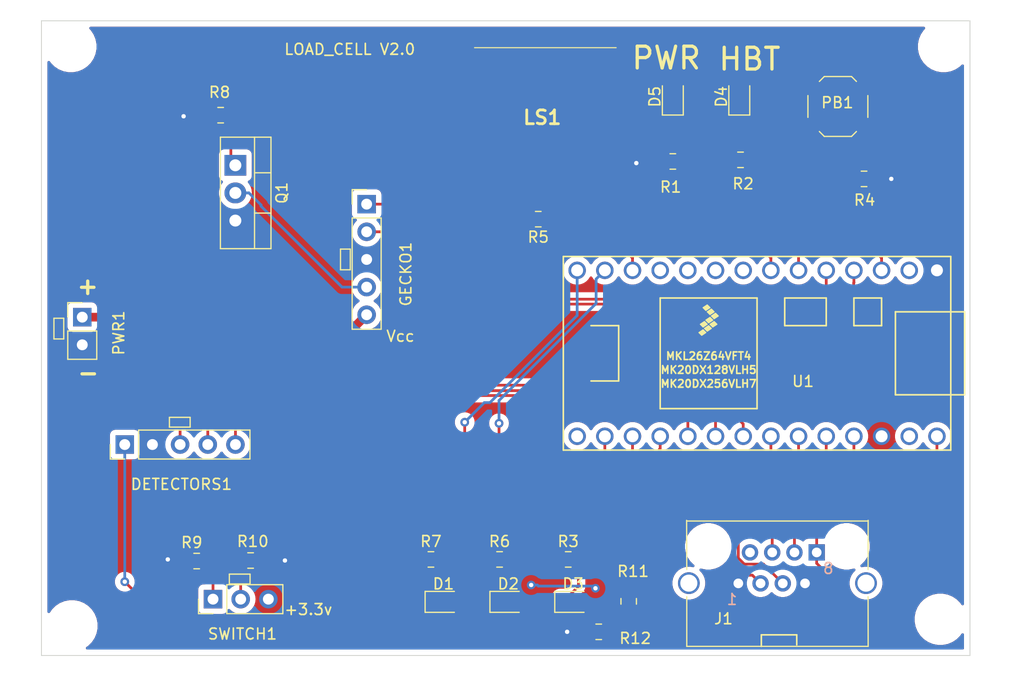
<source format=kicad_pcb>
(kicad_pcb (version 20171130) (host pcbnew "(5.1.4-0-10_14)")
  (layers (0 F.Cu signal) (31 B.Cu signal hide) (34 B.Paste user hide) (35 F.Paste user) (36 B.SilkS user hide) (37 F.SilkS user hide) (38 B.Mask user hide) (39 F.Mask user) (44 Edge.Cuts user))
  (net 0 "")
  (net 1 GND)
  (net 2 +3.3v)
  (net 3 "Net-(U1-Pad32)")
  (net 4 PB_IN)
  (net 5 "Net-(D1-Pad1)")
  (net 6 "Net-(D2-Pad1)")
  (net 7 +5v)
  (net 8 LED1)
  (net 9 SPK_SIG)
  (net 10 "Net-(LS1-Pad1)")
  (net 11 GP_1)
  (net 12 GP_3)
  (net 13 EXT_PWR)
  (net 14 GP_2)
  (net 15 GP_4)
  (net 16 "Net-(LS1-Pad4)")
  (net 17 "Net-(LS1-Pad3)")
  (net 18 "Net-(U1-Pad20)")
  (net 19 "Net-(U1-Pad9)")
  (net 20 "Net-(U1-Pad2)")
  (net 21 "Net-(D3-Pad1)")
  (net 22 "Net-(D4-Pad1)")
  (net 23 "Net-(D5-Pad1)")
  (net 24 ANALOG3)
  (net 25 ANALOG2)
  (net 26 ANALOG1)
  (net 27 LCv)
  (net 28 Vcc)
  (net 29 DIR)
  (net 30 STEP)
  (net 31 MTR_CTRL)
  (net 32 GECKO)
  (net 33 HRT)
  (net 34 LED2)
  (net 35 LED3)
  (net 36 SW2)
  (net 37 SW1)
  (net 38 "Net-(U1-Pad8)")
  (net 39 "Net-(U1-Pad10)")
  (net 40 "Net-(U1-Pad11)")
  (module Connector_RJ:my_RJ45_Amphenol (layer F.Cu) (at 145.8392 116.7036 180)
    (fp_text reference J1 (at 1.3392 -3.2464 180) (layer F.SilkS))
    (fp_text value RJ45)
    (fp_text user 8 (at -8.2804 1.3716) (layer B.SilkS) (effects (justify mirror)))
    (fp_text user 1 (at 0.5588 -1.4732) (layer B.SilkS) (effects (justify mirror)))
    (fp_line (start -2.1336 -4.7244) (end -2.1336 -5.7912) (layer F.SilkS) (width 0.15))
    (fp_line (start -5.3848 -4.7244) (end -2.1336 -4.7244) (layer F.SilkS) (width 0.15))
    (fp_line (start -5.3848 -5.6388) (end -5.3848 -4.7244) (layer F.SilkS) (width 0.15))
    (fp_line (start -11.938 -5.7912) (end -11.9308 -1.2256) (layer F.SilkS) (width 0.12))
    (fp_line (start 4.7092 -5.783) (end 4.7092 -1.2256) (layer F.SilkS) (width 0.12))
    (fp_line (start 4.7092 -5.783) (end -11.9308 -5.783) (layer F.SilkS) (width 0.12))
    (fp_line (start -11.938 5.7912) (end -11.9308 1.2744) (layer F.SilkS) (width 0.12))
    (fp_line (start 4.7244 5.7912) (end 4.7092 1.2744) (layer F.SilkS) (width 0.12))
    (fp_line (start 4.7092 5.7282) (end -11.9308 5.7282) (layer F.SilkS) (width 0.12))
    (pad SH thru_hole circle (at 4.5192 0.0244) (size 2 2) (drill 1.57) (layers *.Cu *.Mask))
    (pad SH thru_hole circle (at -11.7408 0.0244) (size 2 2) (drill 1.57) (layers *.Cu *.Mask))
    (pad "" np_thru_hole circle (at -9.9608 3.4036) (size 3.25 3.25) (drill 3.25) (layers *.Cu *.Mask))
    (pad "" np_thru_hole circle (at 2.7392 3.4036) (size 3.25 3.25) (drill 3.25) (layers *.Cu *.Mask))
    (pad 1 thru_hole circle (at -0.0228 0.002 180) (size 1.5 1.5) (drill 0.89) (layers *.Cu *.Mask) (net 1 GND))
    (pad 3 thru_hole circle (at -2.0628 0.002 180) (size 1.5 1.5) (drill 0.89) (layers *.Cu *.Mask) (net 11 GP_1))
    (pad 5 thru_hole circle (at -4.1028 0.002 180) (size 1.5 1.5) (drill 0.89) (layers *.Cu *.Mask) (net 12 GP_3))
    (pad 7 thru_hole circle (at -6.1428 0.002 180) (size 1.5 1.5) (drill 0.89) (layers *.Cu *.Mask) (net 1 GND))
    (pad 2 thru_hole circle (at -1.0936 2.8448 180) (size 1.5 1.5) (drill 0.89) (layers *.Cu *.Mask) (net 13 EXT_PWR))
    (pad 4 thru_hole circle (at -3.1336 2.8448 180) (size 1.5 1.5) (drill 0.89) (layers *.Cu *.Mask) (net 14 GP_2))
    (pad 6 thru_hole circle (at -5.1736 2.8448 180) (size 1.5 1.5) (drill 0.89) (layers *.Cu *.Mask) (net 15 GP_4))
    (pad 8 thru_hole rect (at -7.2136 2.8448 180) (size 1.5 1.5) (drill 0.89) (layers *.Cu *.Mask) (net 7 +5v))
  )
  (module teensy:Teensy32 (layer F.Cu) (at 147.58 95.57 180)
    (fp_text reference U1 (at -4.22 -2.58) (layer F.SilkS))
    (fp_text value Teensy3.2)
    (fp_text user MK20DX128VLH5 (at 4.445 -1.524) (layer F.SilkS) (effects (font (size 0.7 0.7))))
    (fp_text user MKL26Z64VFT4 (at 4.445 -0.254) (layer F.SilkS) (effects (font (size 0.7 0.7))))
    (fp_text user MK20DX256VLH7 (at 4.445 -2.794 180) (layer F.SilkS) (effects (font (size 0.7 0.7))))
    (fp_poly (pts (xy 4.826 2.921) (xy 4.572 2.667) (xy 4.953 2.413) (xy 5.207 2.667)) (layer F.SilkS) (width 0.1))
    (fp_poly (pts (xy 3.81 3.683) (xy 3.556 3.429) (xy 3.937 3.175) (xy 4.191 3.429)) (layer F.SilkS) (width 0.1))
    (fp_poly (pts (xy 4.572 4.445) (xy 4.318 4.191) (xy 4.699 3.937) (xy 4.953 4.191)) (layer F.SilkS) (width 0.1))
    (fp_poly (pts (xy 4.445 2.54) (xy 4.191 2.286) (xy 4.572 2.032) (xy 4.826 2.286)) (layer F.SilkS) (width 0.1))
    (fp_poly (pts (xy 4.191 4.064) (xy 3.937 3.81) (xy 4.318 3.556) (xy 4.572 3.81)) (layer F.SilkS) (width 0.1))
    (fp_poly (pts (xy 4.953 2.159) (xy 4.699 1.905) (xy 5.08 1.651) (xy 5.334 1.905)) (layer F.SilkS) (width 0.1))
    (fp_poly (pts (xy 4.318 3.302) (xy 4.064 3.048) (xy 4.445 2.794) (xy 4.699 3.048)) (layer F.SilkS) (width 0.1))
    (fp_poly (pts (xy 3.937 2.921) (xy 3.683 2.667) (xy 4.064 2.413) (xy 4.318 2.667)) (layer F.SilkS) (width 0.1))
    (fp_line (start -17.78 8.89) (end -17.78 -8.89) (layer F.SilkS) (width 0.15))
    (fp_line (start 17.78 8.89) (end -17.78 8.89) (layer F.SilkS) (width 0.15))
    (fp_line (start 17.78 -8.89) (end 17.78 8.89) (layer F.SilkS) (width 0.15))
    (fp_line (start -17.78 -8.89) (end 17.78 -8.89) (layer F.SilkS) (width 0.15))
    (fp_line (start 8.89 5.08) (end 0 5.08) (layer F.SilkS) (width 0.15))
    (fp_line (start 8.89 -5.08) (end 0 -5.08) (layer F.SilkS) (width 0.15))
    (fp_line (start 0 -5.08) (end 0 5.08) (layer F.SilkS) (width 0.15))
    (fp_line (start 8.89 5.08) (end 8.89 -5.08) (layer F.SilkS) (width 0.15))
    (fp_line (start 12.7 -2.54) (end 15.24 -2.54) (layer F.SilkS) (width 0.15))
    (fp_line (start 12.7 2.54) (end 12.7 -2.54) (layer F.SilkS) (width 0.15))
    (fp_line (start 15.24 2.54) (end 12.7 2.54) (layer F.SilkS) (width 0.15))
    (fp_line (start -11.43 2.54) (end -11.43 5.08) (layer F.SilkS) (width 0.15))
    (fp_line (start -8.89 2.54) (end -11.43 2.54) (layer F.SilkS) (width 0.15))
    (fp_line (start -8.89 5.08) (end -8.89 2.54) (layer F.SilkS) (width 0.15))
    (fp_line (start -11.43 5.08) (end -8.89 5.08) (layer F.SilkS) (width 0.15))
    (fp_line (start -12.7 3.81) (end -17.78 3.81) (layer F.SilkS) (width 0.15))
    (fp_line (start -12.7 -3.81) (end -17.78 -3.81) (layer F.SilkS) (width 0.15))
    (fp_line (start -12.7 3.81) (end -12.7 -3.81) (layer F.SilkS) (width 0.15))
    (fp_line (start -6.35 2.54) (end -6.35 5.08) (layer F.SilkS) (width 0.15))
    (fp_line (start -2.54 2.54) (end -6.35 2.54) (layer F.SilkS) (width 0.15))
    (fp_line (start -2.54 5.08) (end -2.54 2.54) (layer F.SilkS) (width 0.15))
    (fp_line (start -6.35 5.08) (end -2.54 5.08) (layer F.SilkS) (width 0.15))
    (fp_line (start -19.05 -3.81) (end -17.78 -3.81) (layer F.SilkS) (width 0.15))
    (fp_line (start -19.05 3.81) (end -19.05 -3.81) (layer F.SilkS) (width 0.15))
    (fp_line (start -17.78 3.81) (end -19.05 3.81) (layer F.SilkS) (width 0.15))
    (pad 1 thru_hole rect (at -16.51 7.62 180) (size 1.6 1.6) (drill 1.1) (layers *.Cu *.Mask) (net 1 GND))
    (pad 2 thru_hole circle (at -13.97 7.62 180) (size 1.6 1.6) (drill 1.1) (layers *.Cu *.Mask) (net 20 "Net-(U1-Pad2)"))
    (pad 3 thru_hole circle (at -11.43 7.62 180) (size 1.6 1.6) (drill 1.1) (layers *.Cu *.Mask) (net 4 PB_IN))
    (pad 4 thru_hole circle (at -8.89 7.62 180) (size 1.6 1.6) (drill 1.1) (layers *.Cu *.Mask) (net 29 DIR))
    (pad 5 thru_hole circle (at -6.35 7.62 180) (size 1.6 1.6) (drill 1.1) (layers *.Cu *.Mask) (net 30 STEP))
    (pad 6 thru_hole circle (at -3.81 7.62 180) (size 1.6 1.6) (drill 1.1) (layers *.Cu *.Mask) (net 32 GECKO))
    (pad 7 thru_hole circle (at -1.27 7.62 180) (size 1.6 1.6) (drill 1.1) (layers *.Cu *.Mask) (net 33 HRT))
    (pad 8 thru_hole circle (at 1.27 7.62 180) (size 1.6 1.6) (drill 1.1) (layers *.Cu *.Mask) (net 38 "Net-(U1-Pad8)"))
    (pad 9 thru_hole circle (at 3.81 7.62 180) (size 1.6 1.6) (drill 1.1) (layers *.Cu *.Mask) (net 19 "Net-(U1-Pad9)"))
    (pad 10 thru_hole circle (at 6.35 7.62 180) (size 1.6 1.6) (drill 1.1) (layers *.Cu *.Mask) (net 39 "Net-(U1-Pad10)"))
    (pad 11 thru_hole circle (at 8.89 7.62 180) (size 1.6 1.6) (drill 1.1) (layers *.Cu *.Mask) (net 40 "Net-(U1-Pad11)"))
    (pad 12 thru_hole circle (at 11.43 7.62 180) (size 1.6 1.6) (drill 1.1) (layers *.Cu *.Mask) (net 9 SPK_SIG))
    (pad 13 thru_hole circle (at 13.97 7.62 180) (size 1.6 1.6) (drill 1.1) (layers *.Cu *.Mask) (net 37 SW1))
    (pad 33 thru_hole circle (at -16.51 -7.62 180) (size 1.6 1.6) (drill 1.1) (layers *.Cu *.Mask) (net 7 +5v))
    (pad 32 thru_hole circle (at -13.97 -7.62 180) (size 1.6 1.6) (drill 1.1) (layers *.Cu *.Mask) (net 3 "Net-(U1-Pad32)"))
    (pad 31 thru_hole circle (at -11.43 -7.62 180) (size 1.6 1.6) (drill 1.1) (layers *.Cu *.Mask) (net 2 +3.3v))
    (pad 30 thru_hole circle (at -8.89 -7.62 180) (size 1.6 1.6) (drill 1.1) (layers *.Cu *.Mask) (net 15 GP_4))
    (pad 29 thru_hole circle (at -6.35 -7.62 180) (size 1.6 1.6) (drill 1.1) (layers *.Cu *.Mask) (net 14 GP_2))
    (pad 28 thru_hole circle (at -3.81 -7.62 180) (size 1.6 1.6) (drill 1.1) (layers *.Cu *.Mask) (net 12 GP_3))
    (pad 27 thru_hole circle (at -1.27 -7.62 180) (size 1.6 1.6) (drill 1.1) (layers *.Cu *.Mask) (net 11 GP_1))
    (pad 26 thru_hole circle (at 1.27 -7.62 180) (size 1.6 1.6) (drill 1.1) (layers *.Cu *.Mask) (net 26 ANALOG1))
    (pad 25 thru_hole circle (at 3.81 -7.62 180) (size 1.6 1.6) (drill 1.1) (layers *.Cu *.Mask) (net 25 ANALOG2))
    (pad 24 thru_hole circle (at 6.35 -7.62 180) (size 1.6 1.6) (drill 1.1) (layers *.Cu *.Mask) (net 24 ANALOG3))
    (pad 23 thru_hole circle (at 8.89 -7.62 180) (size 1.6 1.6) (drill 1.1) (layers *.Cu *.Mask) (net 8 LED1))
    (pad 22 thru_hole circle (at 11.43 -7.62 180) (size 1.6 1.6) (drill 1.1) (layers *.Cu *.Mask) (net 34 LED2))
    (pad 21 thru_hole circle (at 13.97 -7.62 180) (size 1.6 1.6) (drill 1.1) (layers *.Cu *.Mask) (net 35 LED3))
    (pad 14 thru_hole circle (at 16.51 7.62 180) (size 1.6 1.6) (drill 1.1) (layers *.Cu *.Mask) (net 36 SW2))
    (pad 20 thru_hole circle (at 16.51 -7.62 180) (size 1.6 1.6) (drill 1.1) (layers *.Cu *.Mask) (net 18 "Net-(U1-Pad20)"))
  )
  (module Connector_PinHeader_2.54mm:PinHeader_1x03_P2.54mm_Vertical (layer F.Cu) (at 97.65 118.15 90)
    (fp_text reference SWITCH1 (at -3.2 2.7 180) (layer F.SilkS))
    (fp_text value Conn_01x03)
    (fp_line (start -1.33 -1.33) (end 0 -1.33) (layer F.SilkS) (width 0.12))
    (fp_line (start -1.33 0) (end -1.33 -1.33) (layer F.SilkS) (width 0.12))
    (fp_line (start -1.33 1.27) (end 1.33 1.27) (layer F.SilkS) (width 0.12))
    (fp_line (start 1.33 1.27) (end 1.33 6.41) (layer F.SilkS) (width 0.12))
    (fp_line (start -1.33 1.27) (end -1.33 6.41) (layer F.SilkS) (width 0.12))
    (fp_line (start -1.33 6.41) (end 1.33 6.41) (layer F.SilkS) (width 0.12))
    (pad 3 thru_hole oval (at 0 5.08 90) (size 1.7 1.7) (drill 1) (layers *.Cu *.Mask) (net 2 +3.3v))
    (pad 2 thru_hole oval (at 0 2.54 90) (size 1.7 1.7) (drill 1) (layers *.Cu *.Mask) (net 37 SW1))
    (pad 1 thru_hole rect (at 0 0 90) (size 1.7 1.7) (drill 1) (layers *.Cu *.Mask) (net 36 SW2))
  )
  (module Resistor_SMD:R_0805_2012Metric (layer F.Cu) (at 133.05 121.15)
    (fp_text reference R12 (at 3.35 0.6) (layer F.SilkS))
    (fp_text value 62k)
    (fp_line (start -0.258578 0.71) (end 0.258578 0.71) (layer F.SilkS) (width 0.12))
    (fp_line (start -0.258578 -0.71) (end 0.258578 -0.71) (layer F.SilkS) (width 0.12))
    (pad 2 smd roundrect (at 0.9375 0) (size 0.975 1.4) (layers F.Cu F.Paste F.Mask) (net 27 LCv))
    (pad 1 smd roundrect (at -0.9375 0) (size 0.975 1.4) (layers F.Cu F.Paste F.Mask) (net 1 GND))
  )
  (module Resistor_SMD:R_0805_2012Metric (layer F.Cu) (at 135.8 118.35 90)
    (fp_text reference R11 (at 2.75 0.4 180) (layer F.SilkS))
    (fp_text value 50k)
    (fp_line (start -0.258578 0.71) (end 0.258578 0.71) (layer F.SilkS) (width 0.12))
    (fp_line (start -0.258578 -0.71) (end 0.258578 -0.71) (layer F.SilkS) (width 0.12))
    (pad 2 smd roundrect (at 0.9375 0 90) (size 0.975 1.4) (layers F.Cu F.Paste F.Mask) (net 7 +5v))
    (pad 1 smd roundrect (at -0.9375 0 90) (size 0.975 1.4) (layers F.Cu F.Paste F.Mask) (net 27 LCv))
  )
  (module Resistor_SMD:R_0805_2012Metric (layer F.Cu) (at 101.1 114.6 180)
    (fp_text reference R10 (at -0.2 1.75) (layer F.SilkS))
    (fp_text value 4.7k)
    (fp_line (start -0.258578 0.71) (end 0.258578 0.71) (layer F.SilkS) (width 0.12))
    (fp_line (start -0.258578 -0.71) (end 0.258578 -0.71) (layer F.SilkS) (width 0.12))
    (pad 2 smd roundrect (at 0.9375 0 180) (size 0.975 1.4) (layers F.Cu F.Paste F.Mask) (net 37 SW1))
    (pad 1 smd roundrect (at -0.9375 0 180) (size 0.975 1.4) (layers F.Cu F.Paste F.Mask) (net 1 GND))
  )
  (module Resistor_SMD:R_0805_2012Metric (layer F.Cu) (at 96.15 114.65 180)
    (fp_text reference R9 (at 0.45 1.7) (layer F.SilkS))
    (fp_text value 4.7k)
    (fp_line (start -0.258578 0.71) (end 0.258578 0.71) (layer F.SilkS) (width 0.12))
    (fp_line (start -0.258578 -0.71) (end 0.258578 -0.71) (layer F.SilkS) (width 0.12))
    (pad 2 smd roundrect (at 0.9375 0 180) (size 0.975 1.4) (layers F.Cu F.Paste F.Mask) (net 1 GND))
    (pad 1 smd roundrect (at -0.9375 0 180) (size 0.975 1.4) (layers F.Cu F.Paste F.Mask) (net 36 SW2))
  )
  (module Resistor_SMD:R_0805_2012Metric (layer F.Cu) (at 98.35 73.7 180)
    (fp_text reference R8 (at 0.1 2.1) (layer F.SilkS))
    (fp_text value 10k)
    (fp_line (start -0.258578 0.71) (end 0.258578 0.71) (layer F.SilkS) (width 0.12))
    (fp_line (start -0.258578 -0.71) (end 0.258578 -0.71) (layer F.SilkS) (width 0.12))
    (pad 2 smd roundrect (at 0.9375 0 180) (size 0.975 1.4) (layers F.Cu F.Paste F.Mask) (net 1 GND))
    (pad 1 smd roundrect (at -0.9375 0 180) (size 0.975 1.4) (layers F.Cu F.Paste F.Mask) (net 32 GECKO))
  )
  (module Resistor_SMD:R_0805_2012Metric (layer F.Cu) (at 117.65 114.5)
    (fp_text reference R7 (at 0 -1.65) (layer F.SilkS))
    (fp_text value 4.7k)
    (fp_line (start -0.258578 0.71) (end 0.258578 0.71) (layer F.SilkS) (width 0.12))
    (fp_line (start -0.258578 -0.71) (end 0.258578 -0.71) (layer F.SilkS) (width 0.12))
    (pad 2 smd roundrect (at 0.9375 0) (size 0.975 1.4) (layers F.Cu F.Paste F.Mask) (net 5 "Net-(D1-Pad1)"))
    (pad 1 smd roundrect (at -0.9375 0) (size 0.975 1.4) (layers F.Cu F.Paste F.Mask) (net 35 LED3))
  )
  (module Resistor_SMD:R_0805_2012Metric (layer F.Cu) (at 123.95 114.5)
    (fp_text reference R6 (at 0 -1.65) (layer F.SilkS))
    (fp_text value 4.7k)
    (fp_line (start -0.258578 0.71) (end 0.258578 0.71) (layer F.SilkS) (width 0.12))
    (fp_line (start -0.258578 -0.71) (end 0.258578 -0.71) (layer F.SilkS) (width 0.12))
    (pad 2 smd roundrect (at 0.9375 0) (size 0.975 1.4) (layers F.Cu F.Paste F.Mask) (net 6 "Net-(D2-Pad1)"))
    (pad 1 smd roundrect (at -0.9375 0) (size 0.975 1.4) (layers F.Cu F.Paste F.Mask) (net 34 LED2))
  )
  (module Resistor_SMD:R_0805_2012Metric (layer F.Cu) (at 127.5 83.25 180)
    (fp_text reference R5 (at 0 -1.65) (layer F.SilkS))
    (fp_text value 100)
    (fp_line (start -0.258578 0.71) (end 0.258578 0.71) (layer F.SilkS) (width 0.12))
    (fp_line (start -0.258578 -0.71) (end 0.258578 -0.71) (layer F.SilkS) (width 0.12))
    (pad 2 smd roundrect (at 0.9375 0 180) (size 0.975 1.4) (layers F.Cu F.Paste F.Mask) (net 10 "Net-(LS1-Pad1)"))
    (pad 1 smd roundrect (at -0.9375 0 180) (size 0.975 1.4) (layers F.Cu F.Paste F.Mask) (net 9 SPK_SIG))
  )
  (module Resistor_SMD:R_0805_2012Metric (layer F.Cu) (at 157.4 79.55)
    (fp_text reference R4 (at 0.05 1.95) (layer F.SilkS))
    (fp_text value 10k)
    (fp_line (start -0.258578 0.71) (end 0.258578 0.71) (layer F.SilkS) (width 0.12))
    (fp_line (start -0.258578 -0.71) (end 0.258578 -0.71) (layer F.SilkS) (width 0.12))
    (pad 2 smd roundrect (at 0.9375 0) (size 0.975 1.4) (layers F.Cu F.Paste F.Mask) (net 1 GND))
    (pad 1 smd roundrect (at -0.9375 0) (size 0.975 1.4) (layers F.Cu F.Paste F.Mask) (net 4 PB_IN))
  )
  (module Resistor_SMD:R_0805_2012Metric (layer F.Cu) (at 130.25 114.5)
    (fp_text reference R3 (at 0 -1.65) (layer F.SilkS))
    (fp_text value 4.7k)
    (fp_line (start -0.258578 0.71) (end 0.258578 0.71) (layer F.SilkS) (width 0.12))
    (fp_line (start -0.258578 -0.71) (end 0.258578 -0.71) (layer F.SilkS) (width 0.12))
    (pad 2 smd roundrect (at 0.9375 0) (size 0.975 1.4) (layers F.Cu F.Paste F.Mask) (net 21 "Net-(D3-Pad1)"))
    (pad 1 smd roundrect (at -0.9375 0) (size 0.975 1.4) (layers F.Cu F.Paste F.Mask) (net 8 LED1))
  )
  (module Resistor_SMD:R_0805_2012Metric (layer F.Cu) (at 146.0625 77.8)
    (fp_text reference R2 (at 0.2375 2.2) (layer F.SilkS))
    (fp_text value 4.7k)
    (fp_line (start -0.258578 0.71) (end 0.258578 0.71) (layer F.SilkS) (width 0.12))
    (fp_line (start -0.258578 -0.71) (end 0.258578 -0.71) (layer F.SilkS) (width 0.12))
    (pad 2 smd roundrect (at 0.9375 0) (size 0.975 1.4) (layers F.Cu F.Paste F.Mask) (net 22 "Net-(D4-Pad1)"))
    (pad 1 smd roundrect (at -0.9375 0) (size 0.975 1.4) (layers F.Cu F.Paste F.Mask) (net 33 HRT))
  )
  (module Resistor_SMD:R_0805_2012Metric (layer F.Cu) (at 139.85 77.95)
    (fp_text reference R1 (at -0.2 2.35) (layer F.SilkS))
    (fp_text value 4.7k)
    (fp_line (start -0.258578 0.71) (end 0.258578 0.71) (layer F.SilkS) (width 0.12))
    (fp_line (start -0.258578 -0.71) (end 0.258578 -0.71) (layer F.SilkS) (width 0.12))
    (pad 2 smd roundrect (at 0.9375 0) (size 0.975 1.4) (layers F.Cu F.Paste F.Mask) (net 23 "Net-(D5-Pad1)"))
    (pad 1 smd roundrect (at -0.9375 0) (size 0.975 1.4) (layers F.Cu F.Paste F.Mask) (net 1 GND))
  )
  (module Package_TO_SOT_THT:TO-220-3_Vertical (layer F.Cu) (at 99.7 78.3 270)
    (fp_text reference Q1 (at 2.54 -4.27 90) (layer F.SilkS))
    (fp_text value BUZ11)
    (fp_line (start 4.391 -3.27) (end 4.391 -1.76) (layer F.SilkS) (width 0.12))
    (fp_line (start 0.69 -3.27) (end 0.69 -1.76) (layer F.SilkS) (width 0.12))
    (fp_line (start -2.58 -1.76) (end 7.66 -1.76) (layer F.SilkS) (width 0.12))
    (fp_line (start 7.66 -3.27) (end 7.66 1.371) (layer F.SilkS) (width 0.12))
    (fp_line (start -2.58 -3.27) (end -2.58 1.371) (layer F.SilkS) (width 0.12))
    (fp_line (start -2.58 1.371) (end 7.66 1.371) (layer F.SilkS) (width 0.12))
    (fp_line (start -2.58 -3.27) (end 7.66 -3.27) (layer F.SilkS) (width 0.12))
    (pad 3 thru_hole oval (at 5.08 0 270) (size 1.905 2) (drill 1.1) (layers *.Cu *.Mask) (net 1 GND))
    (pad 2 thru_hole oval (at 2.54 0 270) (size 1.905 2) (drill 1.1) (layers *.Cu *.Mask) (net 31 MTR_CTRL))
    (pad 1 thru_hole rect (at 0 0 270) (size 1.905 2) (drill 1.1) (layers *.Cu *.Mask) (net 32 GECKO))
  )
  (module Connector_PinHeader_2.54mm:PinHeader_1x02_P2.54mm_Vertical (layer F.Cu) (at 85.65 92.25)
    (fp_text reference PWR1 (at 3.35 1.45 90) (layer F.SilkS))
    (fp_text value Conn_01x02)
    (fp_line (start -1.33 -1.33) (end 0 -1.33) (layer F.SilkS) (width 0.12))
    (fp_line (start -1.33 0) (end -1.33 -1.33) (layer F.SilkS) (width 0.12))
    (fp_line (start -1.33 1.27) (end 1.33 1.27) (layer F.SilkS) (width 0.12))
    (fp_line (start 1.33 1.27) (end 1.33 3.87) (layer F.SilkS) (width 0.12))
    (fp_line (start -1.33 1.27) (end -1.33 3.87) (layer F.SilkS) (width 0.12))
    (fp_line (start -1.33 3.87) (end 1.33 3.87) (layer F.SilkS) (width 0.12))
    (pad 2 thru_hole oval (at 0 2.54) (size 1.7 1.7) (drill 1) (layers *.Cu *.Mask) (net 1 GND))
    (pad 1 thru_hole rect (at 0 0) (size 1.7 1.7) (drill 1) (layers *.Cu *.Mask) (net 28 Vcc))
  )
  (module Button_Switch_SMD:SW_SPST_TL3342 (layer F.Cu) (at 155 72.9)
    (fp_text reference PB1 (at -0.05 -0.35) (layer F.SilkS))
    (fp_text value SW_Push)
    (fp_line (start -1.25 -2.75) (end 1.25 -2.75) (layer F.SilkS) (width 0.12))
    (fp_line (start -2.75 -1) (end -2.75 1) (layer F.SilkS) (width 0.12))
    (fp_line (start -1.25 2.75) (end 1.25 2.75) (layer F.SilkS) (width 0.12))
    (fp_line (start 2.75 -1) (end 2.75 1) (layer F.SilkS) (width 0.12))
    (fp_line (start -1.7 -2.3) (end -1.25 -2.75) (layer F.SilkS) (width 0.12))
    (fp_line (start 1.7 -2.3) (end 1.25 -2.75) (layer F.SilkS) (width 0.12))
    (fp_line (start 1.7 2.3) (end 1.25 2.75) (layer F.SilkS) (width 0.12))
    (fp_line (start -1.7 2.3) (end -1.25 2.75) (layer F.SilkS) (width 0.12))
    (pad 2 smd rect (at 3.15 1.9) (size 1.7 1) (layers F.Cu F.Paste F.Mask) (net 4 PB_IN))
    (pad 2 smd rect (at -3.15 1.9) (size 1.7 1) (layers F.Cu F.Paste F.Mask) (net 4 PB_IN))
    (pad 1 smd rect (at 3.15 -1.9) (size 1.7 1) (layers F.Cu F.Paste F.Mask) (net 2 +3.3v))
    (pad 1 smd rect (at -3.15 -1.9) (size 1.7 1) (layers F.Cu F.Paste F.Mask) (net 2 +3.3v))
  )
  (module CDS-13138-SMT-TR:CDS13138SMTTR (layer F.Cu) (at 128.15 74)
    (fp_text reference LS1 (at -0.285 -0.09) (layer F.SilkS) (effects (font (size 1.27 1.27) (thickness 0.254))))
    (fp_text value CDS-13138-SMT-TR hide)
    (fp_line (start -6.5 -6.5) (end 6.5 -6.5) (layer F.SilkS) (width 0.1))
    (pad 4 smd rect (at -5.7 -4.35) (size 1.8 3.2) (layers F.Cu F.Paste F.Mask) (net 16 "Net-(LS1-Pad4)"))
    (pad 3 smd rect (at 5.7 -4.35) (size 1.8 3.2) (layers F.Cu F.Paste F.Mask) (net 17 "Net-(LS1-Pad3)"))
    (pad 2 smd rect (at 5.7 4.35) (size 1.8 3.2) (layers F.Cu F.Paste F.Mask) (net 1 GND))
    (pad 1 smd rect (at -5.7 4.35) (size 1.8 3.2) (layers F.Cu F.Paste F.Mask) (net 10 "Net-(LS1-Pad1)"))
  )
  (module Connector_PinHeader_2.54mm:PinHeader_1x05_P2.54mm_Vertical (layer F.Cu) (at 111.75 81.87)
    (fp_text reference GECKO1 (at 3.6 6.43 90) (layer F.SilkS))
    (fp_text value Conn_01x05)
    (fp_line (start -1.33 -1.33) (end 0 -1.33) (layer F.SilkS) (width 0.12))
    (fp_line (start -1.33 0) (end -1.33 -1.33) (layer F.SilkS) (width 0.12))
    (fp_line (start -1.33 1.27) (end 1.33 1.27) (layer F.SilkS) (width 0.12))
    (fp_line (start 1.33 1.27) (end 1.33 11.49) (layer F.SilkS) (width 0.12))
    (fp_line (start -1.33 1.27) (end -1.33 11.49) (layer F.SilkS) (width 0.12))
    (fp_line (start -1.33 11.49) (end 1.33 11.49) (layer F.SilkS) (width 0.12))
    (pad 5 thru_hole oval (at 0 10.16) (size 1.7 1.7) (drill 1) (layers *.Cu *.Mask) (net 28 Vcc))
    (pad 4 thru_hole oval (at 0 7.62) (size 1.7 1.7) (drill 1) (layers *.Cu *.Mask) (net 31 MTR_CTRL))
    (pad 3 thru_hole oval (at 0 5.08) (size 1.7 1.7) (drill 1) (layers *.Cu *.Mask) (net 1 GND))
    (pad 2 thru_hole oval (at 0 2.54) (size 1.7 1.7) (drill 1) (layers *.Cu *.Mask) (net 29 DIR))
    (pad 1 thru_hole rect (at 0 0) (size 1.7 1.7) (drill 1) (layers *.Cu *.Mask) (net 30 STEP))
  )
  (module Connector_PinHeader_2.54mm:PinHeader_1x05_P2.54mm_Vertical (layer F.Cu) (at 89.55 103.95 90)
    (fp_text reference DETECTORS1 (at -3.65 5.2 180) (layer F.SilkS))
    (fp_text value Conn_01x05)
    (fp_line (start -1.33 -1.33) (end 0 -1.33) (layer F.SilkS) (width 0.12))
    (fp_line (start -1.33 0) (end -1.33 -1.33) (layer F.SilkS) (width 0.12))
    (fp_line (start -1.33 1.27) (end 1.33 1.27) (layer F.SilkS) (width 0.12))
    (fp_line (start 1.33 1.27) (end 1.33 11.49) (layer F.SilkS) (width 0.12))
    (fp_line (start -1.33 1.27) (end -1.33 11.49) (layer F.SilkS) (width 0.12))
    (fp_line (start -1.33 11.49) (end 1.33 11.49) (layer F.SilkS) (width 0.12))
    (pad 5 thru_hole oval (at 0 10.16 90) (size 1.7 1.7) (drill 1) (layers *.Cu *.Mask) (net 24 ANALOG3))
    (pad 4 thru_hole oval (at 0 7.62 90) (size 1.7 1.7) (drill 1) (layers *.Cu *.Mask) (net 25 ANALOG2))
    (pad 3 thru_hole oval (at 0 5.08 90) (size 1.7 1.7) (drill 1) (layers *.Cu *.Mask) (net 26 ANALOG1))
    (pad 2 thru_hole oval (at 0 2.54 90) (size 1.7 1.7) (drill 1) (layers *.Cu *.Mask) (net 1 GND))
    (pad 1 thru_hole rect (at 0 0 90) (size 1.7 1.7) (drill 1) (layers *.Cu *.Mask) (net 27 LCv))
  )
  (module LED_SMD:LED_0805_2012Metric (layer F.Cu) (at 118.8 118.4)
    (fp_text reference D1 (at 0 -1.65) (layer F.SilkS))
    (fp_text value LED)
    (fp_line (start -1.685 0.96) (end 1 0.96) (layer F.SilkS) (width 0.12))
    (fp_line (start -1.685 -0.96) (end -1.685 0.96) (layer F.SilkS) (width 0.12))
    (fp_line (start 1 -0.96) (end -1.685 -0.96) (layer F.SilkS) (width 0.12))
    (pad 2 smd roundrect (at 0.9375 0) (size 0.975 1.4) (layers F.Cu F.Paste F.Mask) (net 2 +3.3v))
    (pad 1 smd roundrect (at -0.9375 0) (size 0.975 1.4) (layers F.Cu F.Paste F.Mask) (net 5 "Net-(D1-Pad1)"))
  )
  (module LED_SMD:LED_0805_2012Metric (layer F.Cu) (at 124.75 118.4)
    (fp_text reference D2 (at 0 -1.65) (layer F.SilkS))
    (fp_text value LED)
    (fp_line (start -1.685 0.96) (end 1 0.96) (layer F.SilkS) (width 0.12))
    (fp_line (start -1.685 -0.96) (end -1.685 0.96) (layer F.SilkS) (width 0.12))
    (fp_line (start 1 -0.96) (end -1.685 -0.96) (layer F.SilkS) (width 0.12))
    (pad 2 smd roundrect (at 0.9375 0) (size 0.975 1.4) (layers F.Cu F.Paste F.Mask) (net 2 +3.3v))
    (pad 1 smd roundrect (at -0.9375 0) (size 0.975 1.4) (layers F.Cu F.Paste F.Mask) (net 6 "Net-(D2-Pad1)"))
  )
  (module LED_SMD:LED_0805_2012Metric (layer F.Cu) (at 130.7 118.4)
    (fp_text reference D3 (at 0 -1.65) (layer F.SilkS))
    (fp_text value LED)
    (fp_line (start -1.685 0.96) (end 1 0.96) (layer F.SilkS) (width 0.12))
    (fp_line (start -1.685 -0.96) (end -1.685 0.96) (layer F.SilkS) (width 0.12))
    (fp_line (start 1 -0.96) (end -1.685 -0.96) (layer F.SilkS) (width 0.12))
    (pad 2 smd roundrect (at 0.9375 0) (size 0.975 1.4) (layers F.Cu F.Paste F.Mask) (net 2 +3.3v))
    (pad 1 smd roundrect (at -0.9375 0) (size 0.975 1.4) (layers F.Cu F.Paste F.Mask) (net 21 "Net-(D3-Pad1)"))
  )
  (module LED_SMD:LED_0805_2012Metric (layer F.Cu) (at 145.95 72 90)
    (fp_text reference D4 (at 0 -1.65 90) (layer F.SilkS))
    (fp_text value LED)
    (fp_line (start -1.685 0.96) (end 1 0.96) (layer F.SilkS) (width 0.12))
    (fp_line (start -1.685 -0.96) (end -1.685 0.96) (layer F.SilkS) (width 0.12))
    (fp_line (start 1 -0.96) (end -1.685 -0.96) (layer F.SilkS) (width 0.12))
    (pad 2 smd roundrect (at 0.9375 0 90) (size 0.975 1.4) (layers F.Cu F.Paste F.Mask) (net 2 +3.3v))
    (pad 1 smd roundrect (at -0.9375 0 90) (size 0.975 1.4) (layers F.Cu F.Paste F.Mask) (net 22 "Net-(D4-Pad1)"))
  )
  (module LED_SMD:LED_0805_2012Metric (layer F.Cu) (at 139.85 72 90)
    (fp_text reference D5 (at 0 -1.65 90) (layer F.SilkS))
    (fp_text value LED)
    (fp_line (start -1.685 0.96) (end 1 0.96) (layer F.SilkS) (width 0.12))
    (fp_line (start -1.685 -0.96) (end -1.685 0.96) (layer F.SilkS) (width 0.12))
    (fp_line (start 1 -0.96) (end -1.685 -0.96) (layer F.SilkS) (width 0.12))
    (pad 2 smd roundrect (at 0.9375 0 90) (size 0.975 1.4) (layers F.Cu F.Paste F.Mask) (net 2 +3.3v))
    (pad 1 smd roundrect (at -0.9375 0 90) (size 0.975 1.4) (layers F.Cu F.Paste F.Mask) (net 23 "Net-(D5-Pad1)"))
  )
  (module MountingHole:MountingHole_3.7mm (layer F.Cu) (at 84.7 120.6)
    (fp_text reference REF** hide)
    (fp_text value MountingHole_3.7mm)
    (pad "" np_thru_hole circle (at 0 0) (size 3.7 3.7) (drill 3.7) (layers *.Cu *.Mask))
  )
  (module MountingHole:MountingHole_3.7mm (layer F.Cu) (at 164.7 67.4)
    (fp_text reference REF** hide)
    (fp_text value MountingHole_3.7mm)
    (pad "" np_thru_hole circle (at 0 0) (size 3.7 3.7) (drill 3.7) (layers *.Cu *.Mask))
  )
  (module MountingHole:MountingHole_3.7mm (layer F.Cu) (at 84.6 67.4)
    (fp_text reference REF** hide)
    (fp_text value MountingHole_3.7mm)
    (pad "" np_thru_hole circle (at 0 0) (size 3.7 3.7) (drill 3.7) (layers *.Cu *.Mask))
  )
  (module MountingHole:MountingHole_3.7mm (layer F.Cu) (at 164.4 120)
    (fp_text reference REF** hide)
    (fp_text value MountingHole_3.7mm)
    (pad "" np_thru_hole circle (at 0 0) (size 3.7 3.7) (drill 3.7) (layers *.Cu *.Mask))
  )
  (gr_text - (at 86.2 97.35) (layer F.SilkS) (effects (font (size 1.5 1.5) (thickness 0.3))))
  (gr_line (start 99.15 115.85) (end 99.15 116.75) (layer F.SilkS) (width 0.12))
  (gr_line (start 99.15 116.75) (end 101.05 116.75) (layer F.SilkS) (width 0.12))
  (gr_line (start 101.05 115.85) (end 99.15 115.85) (layer F.SilkS) (width 0.12))
  (gr_line (start 101.05 116.75) (end 101.05 115.85) (layer F.SilkS) (width 0.12))
  (gr_line (start 93.65 101.45) (end 93.65 102.35) (layer F.SilkS) (width 0.12))
  (gr_line (start 93.65 102.35) (end 95.55 102.35) (layer F.SilkS) (width 0.12))
  (gr_line (start 95.55 101.45) (end 93.65 101.45) (layer F.SilkS) (width 0.12))
  (gr_line (start 95.55 102.35) (end 95.55 101.45) (layer F.SilkS) (width 0.12))
  (gr_line (start 110.25 86) (end 109.35 86) (layer F.SilkS) (width 0.12))
  (gr_line (start 109.35 86) (end 109.35 87.9) (layer F.SilkS) (width 0.12))
  (gr_line (start 110.25 87.9) (end 110.25 86) (layer F.SilkS) (width 0.12))
  (gr_line (start 109.35 87.9) (end 110.25 87.9) (layer F.SilkS) (width 0.12))
  (gr_line (start 83.95 92.35) (end 83.05 92.35) (layer F.SilkS) (width 0.12))
  (gr_line (start 83.95 94.25) (end 83.95 92.35) (layer F.SilkS) (width 0.12))
  (gr_line (start 83.05 94.25) (end 83.95 94.25) (layer F.SilkS) (width 0.12))
  (gr_line (start 83.05 92.35) (end 83.05 94.25) (layer F.SilkS) (width 0.12))
  (gr_text "LOAD_CELL V2.0\n" (at 110.2 67.65) (layer F.SilkS) (effects (font (size 1 1))))
  (gr_text "HBT\n" (at 146.9 68.55) (layer F.SilkS) (effects (font (size 2 2) (thickness 0.3))))
  (gr_text PWR (at 139.25 68.45) (layer F.SilkS) (effects (font (size 2 2) (thickness 0.3))))
  (gr_text "+3.3v\n" (at 106.4 119.1) (layer F.SilkS) (effects (font (size 1 1))))
  (gr_text "Vcc\n" (at 114.85 94) (layer F.SilkS) (effects (font (size 1 1))))
  (gr_text + (at 86.15 89.4) (layer F.SilkS) (effects (font (size 1.5 1.5) (thickness 0.3))))
  (gr_line (start 81.903401 65.029995) (end 81.903401 123.322993) (layer Edge.Cuts) (width 0.08))
  (gr_line (start 167.120401 65.029995) (end 81.903401 65.029995) (layer Edge.Cuts) (width 0.08))
  (gr_line (start 167.120401 123.322993) (end 167.120401 65.029995) (layer Edge.Cuts) (width 0.08))
  (gr_line (start 81.903401 123.322993) (end 167.120401 123.322993) (layer Edge.Cuts) (width 0.08))
  (segment (start 158.3375 79.55) (end 158.925 79.55) (width 0.25) (layer F.Cu) (net 1))
  (via (at 159.9 79.55) (size 0.8) (drill 0.4) (layers F.Cu B.Cu) (net 1))
  (segment (start 158.925 79.55) (end 159.9 79.55) (width 0.25) (layer F.Cu) (net 1))
  (segment (start 135 78.35) (end 135.25 78.1) (width 0.25) (layer F.Cu) (net 1))
  (segment (start 133.85 78.35) (end 135 78.35) (width 0.25) (layer F.Cu) (net 1))
  (via (at 136.5 78.1) (size 0.8) (drill 0.4) (layers F.Cu B.Cu) (net 1))
  (segment (start 135.25 78.1) (end 136.5 78.1) (width 0.25) (layer F.Cu) (net 1))
  (segment (start 136.65 77.95) (end 136.5 78.1) (width 0.25) (layer F.Cu) (net 1))
  (segment (start 138.9125 77.95) (end 136.65 77.95) (width 0.25) (layer F.Cu) (net 1))
  (segment (start 132.1125 121.15) (end 130.15 121.15) (width 0.25) (layer F.Cu) (net 1))
  (via (at 130.15 121.15) (size 0.8) (drill 0.4) (layers F.Cu B.Cu) (net 1))
  (segment (start 97.4125 73.7) (end 95.05 73.7) (width 0.25) (layer F.Cu) (net 1))
  (via (at 94.95 73.8) (size 0.8) (drill 0.4) (layers F.Cu B.Cu) (net 1))
  (segment (start 95.05 73.7) (end 94.95 73.8) (width 0.25) (layer F.Cu) (net 1))
  (segment (start 94.625 114.65) (end 94.475 114.5) (width 0.25) (layer F.Cu) (net 1))
  (segment (start 95.2125 114.65) (end 94.625 114.65) (width 0.25) (layer F.Cu) (net 1))
  (via (at 93.5 114.5) (size 0.8) (drill 0.4) (layers F.Cu B.Cu) (net 1))
  (segment (start 94.475 114.5) (end 93.5 114.5) (width 0.25) (layer F.Cu) (net 1))
  (segment (start 102.0375 114.6) (end 104.25 114.6) (width 0.25) (layer F.Cu) (net 1))
  (segment (start 104.25 114.6) (end 104.3 114.6) (width 0.25) (layer F.Cu) (net 1))
  (via (at 104.25 114.6) (size 0.8) (drill 0.4) (layers F.Cu B.Cu) (net 1))
  (segment (start 126.243737 117.843763) (end 126.243737 117.456263) (width 0.25) (layer F.Cu) (net 2))
  (segment (start 125.6875 118.4) (end 126.243737 117.843763) (width 0.25) (layer F.Cu) (net 2))
  (via (at 126.85 116.85) (size 0.8) (drill 0.4) (layers F.Cu B.Cu) (net 2))
  (segment (start 126.243737 117.456263) (end 126.85 116.85) (width 0.25) (layer F.Cu) (net 2))
  (segment (start 127.415685 116.85) (end 127.515685 116.95) (width 0.25) (layer B.Cu) (net 2))
  (segment (start 126.85 116.85) (end 127.415685 116.85) (width 0.25) (layer B.Cu) (net 2))
  (via (at 132.75 117.15) (size 0.8) (drill 0.4) (layers F.Cu B.Cu) (net 2))
  (segment (start 132.55 116.95) (end 132.75 117.15) (width 0.25) (layer B.Cu) (net 2))
  (segment (start 127.515685 116.95) (end 132.55 116.95) (width 0.25) (layer B.Cu) (net 2))
  (segment (start 132.75 117.2875) (end 131.6375 118.4) (width 0.25) (layer F.Cu) (net 2))
  (segment (start 132.75 117.15) (end 132.75 117.2875) (width 0.25) (layer F.Cu) (net 2))
  (via (at 123.9 102) (size 0.8) (drill 0.4) (layers F.Cu B.Cu) (net 37))
  (via (at 120.75 101.9) (size 0.8) (drill 0.4) (layers F.Cu B.Cu) (net 36))
  (segment (start 151.85 74.8) (end 158.15 74.8) (width 0.25) (layer F.Cu) (net 4))
  (segment (start 158.15 77.8625) (end 156.4625 79.55) (width 0.25) (layer F.Cu) (net 4))
  (segment (start 158.15 74.8) (end 158.15 77.8625) (width 0.25) (layer F.Cu) (net 4))
  (segment (start 159.01 86.81863) (end 156.45 84.25863) (width 0.25) (layer F.Cu) (net 4))
  (segment (start 159.01 87.95) (end 159.01 86.81863) (width 0.25) (layer F.Cu) (net 4))
  (segment (start 156.4625 84.24613) (end 156.4625 79.55) (width 0.25) (layer F.Cu) (net 4))
  (segment (start 156.45 84.25863) (end 156.4625 84.24613) (width 0.25) (layer F.Cu) (net 4))
  (segment (start 140.7875 73.875) (end 139.85 72.9375) (width 0.25) (layer F.Cu) (net 23))
  (segment (start 140.7875 77.95) (end 140.7875 73.875) (width 0.25) (layer F.Cu) (net 23))
  (segment (start 147 73.9875) (end 145.95 72.9375) (width 0.25) (layer F.Cu) (net 22))
  (segment (start 147 77.8) (end 147 73.9875) (width 0.25) (layer F.Cu) (net 22))
  (segment (start 153.0528 112.3088) (end 158.1116 107.25) (width 0.25) (layer F.Cu) (net 7))
  (segment (start 153.0528 113.8588) (end 153.0528 112.3088) (width 0.25) (layer F.Cu) (net 7))
  (segment (start 158.1116 107.25) (end 162.55 107.25) (width 0.25) (layer F.Cu) (net 7))
  (segment (start 164.09 105.71) (end 164.09 103.19) (width 0.25) (layer F.Cu) (net 7))
  (segment (start 162.55 107.25) (end 164.09 105.71) (width 0.25) (layer F.Cu) (net 7))
  (segment (start 139.1 119.3) (end 148 119.3) (width 0.25) (layer F.Cu) (net 7))
  (segment (start 148 119.3) (end 146.9375 119.3) (width 0.25) (layer F.Cu) (net 7))
  (segment (start 135.8 117.4125) (end 136.356237 117.968737) (width 0.25) (layer F.Cu) (net 7))
  (segment (start 137.768737 117.968737) (end 139.1 119.3) (width 0.25) (layer F.Cu) (net 7))
  (segment (start 136.356237 117.968737) (end 137.768737 117.968737) (width 0.25) (layer F.Cu) (net 7))
  (segment (start 138.69 104.32137) (end 138.6 104.41137) (width 0.25) (layer F.Cu) (net 8))
  (segment (start 138.69 103.19) (end 138.69 104.32137) (width 0.25) (layer F.Cu) (net 8))
  (segment (start 138.6 104.41137) (end 138.6 104.85) (width 0.25) (layer F.Cu) (net 8))
  (segment (start 138.6 104.85) (end 135.45 108) (width 0.25) (layer F.Cu) (net 8))
  (segment (start 135.45 108) (end 131.35 108) (width 0.25) (layer F.Cu) (net 8))
  (segment (start 129.3125 110.0375) (end 131.35 108) (width 0.25) (layer F.Cu) (net 8))
  (segment (start 129.3125 114.5) (end 129.3125 110.0375) (width 0.25) (layer F.Cu) (net 8))
  (segment (start 129.025 83.25) (end 128.4375 83.25) (width 0.25) (layer F.Cu) (net 9))
  (segment (start 132.58137 83.25) (end 129.025 83.25) (width 0.25) (layer F.Cu) (net 9))
  (segment (start 136.15 86.81863) (end 132.58137 83.25) (width 0.25) (layer F.Cu) (net 9))
  (segment (start 136.15 87.95) (end 136.15 86.81863) (width 0.25) (layer F.Cu) (net 9))
  (segment (start 126.5625 82.45) (end 125.3 81.1875) (width 0.25) (layer F.Cu) (net 10))
  (segment (start 126.5625 83.25) (end 126.5625 82.45) (width 0.25) (layer F.Cu) (net 10))
  (segment (start 125.3 81.1875) (end 125.3 79.45) (width 0.25) (layer F.Cu) (net 10))
  (segment (start 124.2 78.35) (end 122.45 78.35) (width 0.25) (layer F.Cu) (net 10))
  (segment (start 125.3 79.45) (end 124.2 78.35) (width 0.25) (layer F.Cu) (net 10))
  (segment (start 147.152001 115.951601) (end 146.798189 115.951601) (width 0.25) (layer F.Cu) (net 11))
  (segment (start 145.407789 114.561201) (end 145.40779 112.8058) (width 0.25) (layer F.Cu) (net 11))
  (segment (start 146.798189 115.951601) (end 145.407789 114.561201) (width 0.25) (layer F.Cu) (net 11))
  (segment (start 147.902 116.7016) (end 147.152001 115.951601) (width 0.25) (layer F.Cu) (net 11))
  (segment (start 145.40779 112.8058) (end 148.9 109.31359) (width 0.25) (layer F.Cu) (net 11))
  (segment (start 148.85 109.26359) (end 148.85 103.19) (width 0.25) (layer F.Cu) (net 11))
  (segment (start 148.9 109.31359) (end 148.85 109.26359) (width 0.25) (layer F.Cu) (net 11))
  (segment (start 148.174201 114.933801) (end 146.416799 114.933801) (width 0.25) (layer F.Cu) (net 12))
  (segment (start 145.857799 112.992201) (end 151.39 107.46) (width 0.25) (layer F.Cu) (net 12))
  (segment (start 151.39 107.46) (end 151.39 103.19) (width 0.25) (layer F.Cu) (net 12))
  (segment (start 145.857799 114.374801) (end 145.857799 112.992201) (width 0.25) (layer F.Cu) (net 12))
  (segment (start 146.416799 114.933801) (end 145.857799 114.374801) (width 0.25) (layer F.Cu) (net 12))
  (segment (start 149.942 116.7016) (end 148.174201 114.933801) (width 0.25) (layer F.Cu) (net 12))
  (segment (start 153.93 105.55641) (end 153.93 103.19) (width 0.25) (layer F.Cu) (net 14))
  (segment (start 148.9728 110.51361) (end 153.93 105.55641) (width 0.25) (layer F.Cu) (net 14))
  (segment (start 148.9728 113.8588) (end 148.9728 110.51361) (width 0.25) (layer F.Cu) (net 14))
  (segment (start 151.0128 113.8588) (end 151.0128 110.1372) (width 0.25) (layer F.Cu) (net 15))
  (segment (start 156.47 104.68) (end 156.47 103.19) (width 0.25) (layer F.Cu) (net 15))
  (segment (start 151.0128 110.1372) (end 156.47 104.68) (width 0.25) (layer F.Cu) (net 15))
  (segment (start 131.1875 116.975) (end 129.7625 118.4) (width 0.25) (layer F.Cu) (net 21))
  (segment (start 131.1875 114.5) (end 131.1875 116.975) (width 0.25) (layer F.Cu) (net 21))
  (segment (start 124.8875 117.325) (end 123.8125 118.4) (width 0.25) (layer F.Cu) (net 6))
  (segment (start 124.8875 114.5) (end 124.8875 117.325) (width 0.25) (layer F.Cu) (net 6))
  (segment (start 118.5875 117.675) (end 117.8625 118.4) (width 0.25) (layer F.Cu) (net 5))
  (segment (start 118.5875 114.5) (end 118.5875 117.675) (width 0.25) (layer F.Cu) (net 5))
  (segment (start 152.35 119.3) (end 148 119.3) (width 0.25) (layer F.Cu) (net 7))
  (segment (start 153.8 115.606) (end 153.8 117.85) (width 0.25) (layer F.Cu) (net 7))
  (segment (start 153.0528 114.8588) (end 153.8 115.606) (width 0.25) (layer F.Cu) (net 7))
  (segment (start 153.8 117.85) (end 152.35 119.3) (width 0.25) (layer F.Cu) (net 7))
  (segment (start 153.0528 113.8588) (end 153.0528 114.8588) (width 0.25) (layer F.Cu) (net 7))
  (segment (start 99.71 100.09) (end 99.71 103.95) (width 0.25) (layer F.Cu) (net 24))
  (segment (start 100.34998 99.45002) (end 99.71 100.09) (width 0.25) (layer F.Cu) (net 24))
  (segment (start 139.95002 99.40002) (end 139.90002 99.45002) (width 0.25) (layer F.Cu) (net 24))
  (segment (start 141.23 100.68) (end 139.95002 99.40002) (width 0.25) (layer F.Cu) (net 24))
  (segment (start 139.90002 99.45002) (end 100.34998 99.45002) (width 0.25) (layer F.Cu) (net 24))
  (segment (start 141.23 103.19) (end 141.23 100.68) (width 0.25) (layer F.Cu) (net 24))
  (segment (start 97.17 103.95) (end 97.17 99.93001) (width 0.25) (layer F.Cu) (net 25))
  (segment (start 97.17 99.93001) (end 98.1 99.00001) (width 0.25) (layer F.Cu) (net 25))
  (segment (start 134.49999 99.00001) (end 134.54999 98.95001) (width 0.25) (layer F.Cu) (net 25))
  (segment (start 98.1 99.00001) (end 134.49999 99.00001) (width 0.25) (layer F.Cu) (net 25))
  (segment (start 134.54999 98.95001) (end 142.56497 98.95001) (width 0.25) (layer F.Cu) (net 25))
  (segment (start 143.77 100.15504) (end 143.77 103.19) (width 0.25) (layer F.Cu) (net 25))
  (segment (start 142.56497 98.95001) (end 143.77 100.15504) (width 0.25) (layer F.Cu) (net 25))
  (segment (start 146.31 102.05863) (end 142.75137 98.5) (width 0.25) (layer F.Cu) (net 26))
  (segment (start 146.31 103.19) (end 146.31 102.05863) (width 0.25) (layer F.Cu) (net 26))
  (segment (start 142.75137 98.5) (end 96.95 98.5) (width 0.25) (layer F.Cu) (net 26))
  (segment (start 94.63 100.82) (end 94.63 103.95) (width 0.25) (layer F.Cu) (net 26))
  (segment (start 96.95 98.5) (end 94.63 100.82) (width 0.25) (layer F.Cu) (net 26))
  (segment (start 93.95 120.95) (end 89.55 116.55) (width 0.25) (layer F.Cu) (net 27))
  (segment (start 89.55 116.55) (end 89.55 116.55) (width 0.25) (layer F.Cu) (net 27))
  (via (at 89.55 116.55) (size 0.8) (drill 0.4) (layers F.Cu B.Cu) (net 27))
  (segment (start 89.55 116.55) (end 89.55 103.95) (width 0.25) (layer B.Cu) (net 27))
  (segment (start 133.9875 121.1) (end 133.9875 121.15) (width 0.25) (layer F.Cu) (net 27))
  (segment (start 135.8 119.2875) (end 133.9875 121.1) (width 0.25) (layer F.Cu) (net 27))
  (segment (start 133.431263 120.593763) (end 133.431263 119.981263) (width 0.25) (layer F.Cu) (net 27))
  (segment (start 133.9875 121.15) (end 133.431263 120.593763) (width 0.25) (layer F.Cu) (net 27))
  (segment (start 133.431263 119.981263) (end 133.312526 120.1) (width 0.25) (layer F.Cu) (net 27))
  (segment (start 133.312526 120.1) (end 126.55 120.1) (width 0.25) (layer F.Cu) (net 27))
  (segment (start 125.7 120.95) (end 93.95 120.95) (width 0.25) (layer F.Cu) (net 27))
  (segment (start 126.55 120.1) (end 125.7 120.95) (width 0.25) (layer F.Cu) (net 27))
  (segment (start 85.65 92.25) (end 89.65 92.25) (width 0.8) (layer F.Cu) (net 28))
  (segment (start 89.65 92.25) (end 90.9 93.5) (width 0.8) (layer F.Cu) (net 28))
  (segment (start 110.28 93.5) (end 111.75 92.03) (width 0.8) (layer F.Cu) (net 28))
  (segment (start 90.9 93.5) (end 110.28 93.5) (width 0.8) (layer F.Cu) (net 28))
  (segment (start 111.75 84.41) (end 117.36 84.41) (width 0.25) (layer F.Cu) (net 29))
  (segment (start 117.36 84.41) (end 124 91.05) (width 0.25) (layer F.Cu) (net 29))
  (segment (start 124 91.05) (end 155.5 91.05) (width 0.25) (layer F.Cu) (net 29))
  (segment (start 156.45 89.10137) (end 156.45 90.1) (width 0.25) (layer F.Cu) (net 29))
  (segment (start 156.47 89.08137) (end 156.45 89.10137) (width 0.25) (layer F.Cu) (net 29))
  (segment (start 156.47 87.95) (end 156.47 89.08137) (width 0.25) (layer F.Cu) (net 29))
  (segment (start 155.5 91.05) (end 156.45 90.1) (width 0.25) (layer F.Cu) (net 29))
  (segment (start 153.93 87.95) (end 153.93 90.17) (width 0.25) (layer F.Cu) (net 30))
  (segment (start 153.93 90.17) (end 153.50001 90.59999) (width 0.25) (layer F.Cu) (net 30))
  (segment (start 153.50001 90.59999) (end 124.1864 90.59999) (width 0.25) (layer F.Cu) (net 30))
  (segment (start 117.468205 83.881795) (end 114.731795 83.881795) (width 0.25) (layer F.Cu) (net 30))
  (segment (start 124.1864 90.59999) (end 117.468205 83.881795) (width 0.25) (layer F.Cu) (net 30))
  (segment (start 114.731795 83.881795) (end 113.68 82.83) (width 0.25) (layer F.Cu) (net 30))
  (segment (start 113.68 82.83) (end 113.68 81.87) (width 0.25) (layer F.Cu) (net 30))
  (segment (start 113.68 81.87) (end 111.75 81.87) (width 0.25) (layer F.Cu) (net 30))
  (segment (start 100.95 80.84) (end 102.06 81.95) (width 0.25) (layer B.Cu) (net 31))
  (segment (start 99.7 80.84) (end 100.95 80.84) (width 0.25) (layer B.Cu) (net 31))
  (segment (start 102.06 81.95) (end 102.06 82.06) (width 0.25) (layer B.Cu) (net 31))
  (segment (start 109.49 89.49) (end 111.75 89.49) (width 0.25) (layer B.Cu) (net 31))
  (segment (start 102.06 82.06) (end 109.49 89.49) (width 0.25) (layer B.Cu) (net 31))
  (segment (start 136.47501 72.12499) (end 134.9 73.7) (width 0.25) (layer F.Cu) (net 32))
  (segment (start 151.39 87.95) (end 151.39 81.04) (width 0.25) (layer F.Cu) (net 32))
  (segment (start 148.9 72.50815) (end 148.51684 72.12499) (width 0.25) (layer F.Cu) (net 32))
  (segment (start 134.9 73.7) (end 99.2875 73.7) (width 0.25) (layer F.Cu) (net 32))
  (segment (start 148.9 78.55) (end 148.9 72.50815) (width 0.25) (layer F.Cu) (net 32))
  (segment (start 151.39 81.04) (end 148.9 78.55) (width 0.25) (layer F.Cu) (net 32))
  (segment (start 99.2875 77.8875) (end 99.7 78.3) (width 0.25) (layer F.Cu) (net 32))
  (segment (start 99.2875 73.7) (end 99.2875 77.8875) (width 0.25) (layer F.Cu) (net 32))
  (segment (start 148.51684 72.12499) (end 148.51684 70.31684) (width 0.25) (layer F.Cu) (net 32))
  (segment (start 148.51684 70.31684) (end 148.1 69.9) (width 0.25) (layer F.Cu) (net 32))
  (segment (start 148.1 69.9) (end 137.35 69.9) (width 0.25) (layer F.Cu) (net 32))
  (segment (start 136.47501 70.77499) (end 136.47501 72.12499) (width 0.25) (layer F.Cu) (net 32))
  (segment (start 137.35 69.9) (end 136.47501 70.77499) (width 0.25) (layer F.Cu) (net 32))
  (segment (start 148.85 86.81863) (end 145.125 83.09363) (width 0.25) (layer F.Cu) (net 33))
  (segment (start 145.125 83.09363) (end 145.125 77.8) (width 0.25) (layer F.Cu) (net 33))
  (segment (start 148.85 87.95) (end 148.85 86.81863) (width 0.25) (layer F.Cu) (net 33))
  (segment (start 123.0125 113.7) (end 123.85 112.8625) (width 0.25) (layer F.Cu) (net 34))
  (segment (start 123.0125 114.5) (end 123.0125 113.7) (width 0.25) (layer F.Cu) (net 34))
  (segment (start 125.85109 112.8625) (end 131.1636 107.54999) (width 0.25) (layer F.Cu) (net 34))
  (segment (start 123.85 112.8625) (end 125.85109 112.8625) (width 0.25) (layer F.Cu) (net 34))
  (segment (start 131.1636 107.54999) (end 134.90001 107.54999) (width 0.25) (layer F.Cu) (net 34))
  (segment (start 136.15 106.3) (end 136.15 103.19) (width 0.25) (layer F.Cu) (net 34))
  (segment (start 134.90001 107.54999) (end 136.15 106.3) (width 0.25) (layer F.Cu) (net 34))
  (segment (start 117.268737 113.943763) (end 117.268737 113.231263) (width 0.25) (layer F.Cu) (net 35))
  (segment (start 116.7125 114.5) (end 117.268737 113.943763) (width 0.25) (layer F.Cu) (net 35))
  (segment (start 118.08751 112.41249) (end 125.66469 112.41249) (width 0.25) (layer F.Cu) (net 35))
  (segment (start 117.268737 113.231263) (end 118.08751 112.41249) (width 0.25) (layer F.Cu) (net 35))
  (segment (start 125.66469 112.41249) (end 131.07718 107) (width 0.25) (layer F.Cu) (net 35))
  (segment (start 131.07718 107) (end 132.9 107) (width 0.25) (layer F.Cu) (net 35))
  (segment (start 133.61 106.29) (end 133.61 103.19) (width 0.25) (layer F.Cu) (net 35))
  (segment (start 132.9 107) (end 133.61 106.29) (width 0.25) (layer F.Cu) (net 35))
  (segment (start 97.65 115.2125) (end 97.0875 114.65) (width 0.25) (layer F.Cu) (net 36))
  (segment (start 97.65 118.15) (end 97.65 115.2125) (width 0.25) (layer F.Cu) (net 36))
  (segment (start 114.35 111.25) (end 98.35 111.25) (width 0.25) (layer F.Cu) (net 36))
  (segment (start 120.75 104.85) (end 114.35 111.25) (width 0.25) (layer F.Cu) (net 36))
  (segment (start 97.0875 112.5125) (end 97.0875 114.65) (width 0.25) (layer F.Cu) (net 36))
  (segment (start 98.35 111.25) (end 97.0875 112.5125) (width 0.25) (layer F.Cu) (net 36))
  (segment (start 120.75 101.9) (end 120.75 104.85) (width 0.25) (layer F.Cu) (net 36))
  (segment (start 131.07 87.95) (end 131.07 92.09359) (width 0.25) (layer B.Cu) (net 36))
  (segment (start 131.07 92.09359) (end 123.06359 100.1) (width 0.25) (layer B.Cu) (net 36))
  (segment (start 122.55 100.1) (end 120.75 101.9) (width 0.25) (layer B.Cu) (net 36))
  (segment (start 123.06359 100.1) (end 122.55 100.1) (width 0.25) (layer B.Cu) (net 36))
  (segment (start 100.19 114.6275) (end 100.1625 114.6) (width 0.25) (layer F.Cu) (net 37))
  (segment (start 100.19 118.15) (end 100.19 114.6275) (width 0.25) (layer F.Cu) (net 37))
  (segment (start 100.1625 113.8) (end 100.1 113.7375) (width 0.25) (layer F.Cu) (net 37))
  (segment (start 100.1625 114.6) (end 100.1625 113.8) (width 0.25) (layer F.Cu) (net 37))
  (segment (start 100.1 112.55) (end 100.94999 111.70001) (width 0.25) (layer F.Cu) (net 37))
  (segment (start 100.1 113.7375) (end 100.1 112.55) (width 0.25) (layer F.Cu) (net 37))
  (segment (start 114.536401 111.700009) (end 121.35 104.88641) (width 0.25) (layer F.Cu) (net 37))
  (segment (start 100.94999 111.70001) (end 114.536401 111.700009) (width 0.25) (layer F.Cu) (net 37))
  (segment (start 121.35 104.88641) (end 122.11359 104.88641) (width 0.25) (layer F.Cu) (net 37))
  (segment (start 123.9 103.1) (end 123.9 102) (width 0.25) (layer F.Cu) (net 37))
  (segment (start 122.11359 104.88641) (end 123.9 103.1) (width 0.25) (layer F.Cu) (net 37))
  (segment (start 132.810001 88.749999) (end 132.810001 90.989999) (width 0.25) (layer B.Cu) (net 37))
  (segment (start 133.61 87.95) (end 132.810001 88.749999) (width 0.25) (layer B.Cu) (net 37))
  (segment (start 123.9 99.9) (end 123.9 102) (width 0.25) (layer B.Cu) (net 37))
  (segment (start 132.810001 90.989999) (end 123.9 99.9) (width 0.25) (layer B.Cu) (net 37))
  (zone (net 1) (net_name GND) (layer B.Cu) (connect_pads yes (clearance 0.508)) (min_thickness 0.254) (fill yes (arc_segments 32) (thermal_gap 0.508) (thermal_bridge_width 0.508))
    (polygon (pts (xy 79 63) (xy 79 126) (xy 171 126) (xy 171 63)))
  )
  (zone (net 2) (net_name +3.3v) (layer F.Cu) (connect_pads yes (clearance 0.508)) (min_thickness 0.254) (fill yes (arc_segments 32) (thermal_gap 0.508) (thermal_bridge_width 0.508))
    (polygon (pts (xy 78.1 63.120948) (xy 78.1 126.120948) (xy 172.1 126.120948) (xy 172.1 63.120948)))
  )
)
</source>
